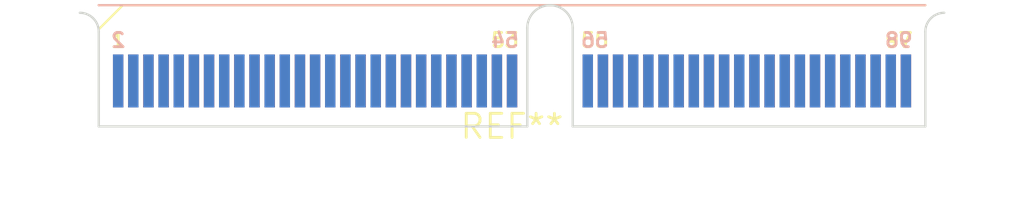
<source format=kicad_pcb>
(kicad_pcb (version 20240108) (generator pcbnew)
  (layers (0 "F.Cu" signal) (31 "B.Cu" signal) (34 "B.Paste" user) (35 "F.Paste" user) (36 "B.SilkS" user "B.Silkscreen") (37 "F.SilkS" user "F.Silkscreen") (38 "B.Mask" user) (39 "F.Mask" user) (44 "Edge.Cuts" user))
  (net 0 "")
  (footprint "Samtec_HSEC8-149-X-X-DV_2x49_P0.8mm_Wing_Edge" (layer "F.Cu") (at 0 0)
    (property "Reference" "REF**")
    (property "Value" "Samtec_HSEC8-149-X-X-DV_2x49_P0.8mm_Wing_Edge")
    (fp_line (start -21.825 -6.4) (end -21.825 -6.4) (layer "B.SilkS") (stroke (width 0.12)))
    (fp_line (start -21.825 -6.4) (end 21.825 -6.4) (layer "B.SilkS") (stroke (width 0.12)))
    (fp_line (start -21.825 -5.13) (end -20.555 -6.4) (layer "F.SilkS") (stroke (width 0.12)))
    (fp_line (start -20.555 -6.4) (end 21.825 -6.4) (layer "F.SilkS") (stroke (width 0.12)))
    (fp_line (start -21.825 -5) (end -21.825 0) (layer "Edge.Cuts") (stroke (width 0.12)))
    (fp_line (start -21.825 0) (end 0.805 0) (layer "Edge.Cuts") (stroke (width 0.12)))
    (fp_line (start 0.805 0) (end 0.805 -5.2) (layer "Edge.Cuts") (stroke (width 0.12)))
    (fp_line (start 3.205 -5.2) (end 3.205 0) (layer "Edge.Cuts") (stroke (width 0.12)))
    (fp_line (start 3.205 0) (end 21.825 0) (layer "Edge.Cuts") (stroke (width 0.12)))
    (fp_line (start 21.825 0) (end 21.825 -5) (layer "Edge.Cuts") (stroke (width 0.12)))
    (fp_arc (start -22.825 -6) (mid -22.117893 -5.707107) (end -21.825 -5) (layer "Edge.Cuts") (stroke (width 0.12)))
    (fp_arc (start 0.805 -5.2) (mid 2.005 -6.4) (end 3.205 -5.2) (layer "Edge.Cuts") (stroke (width 0.12)))
    (fp_arc (start 21.825 -5) (mid 22.117893 -5.707107) (end 22.825 -6) (layer "Edge.Cuts") (stroke (width 0.12)))
    (fp_text user "54" (at -0.375 -4.55 0) (layer "B.SilkS") (effects (font (size 0.75 0.75)) (justify mirror)))
    (fp_text user "98" (at 20.425 -4.55 0) (layer "B.SilkS") (effects (font (size 0.75 0.75)) (justify mirror)))
    (fp_text user "2" (at -20.8 -4.55 0) (layer "B.SilkS") (effects (font (size 0.75 0.75)) (justify mirror)))
    (fp_text user "56" (at 4.375 -4.55 0) (layer "B.SilkS") (effects (font (size 0.75 0.75)) (justify mirror)))
    (fp_text user "53" (at -0.375 -4.55 0) (layer "F.SilkS") (effects (font (size 0.75 0.75))))
    (fp_text user "55" (at 4.375 -4.55 0) (layer "F.SilkS") (effects (font (size 0.75 0.75))))
    (fp_text user "97" (at 20.425 -4.55 0) (layer "F.SilkS") (effects (font (size 0.75 0.75))))
    (fp_text user "1" (at -20.8 -4.55 0) (layer "F.SilkS") (effects (font (size 0.75 0.75))))
    (pad "1" connect rect (at -20.8 -2.4) (size 0.55 2.8) (layers "F.Cu" "F.Mask"))
    (pad "2" connect rect (at -20.8 -2.4) (size 0.55 2.8) (layers "B.Cu" "B.Mask"))
    (pad "3" connect rect (at -20 -2.4) (size 0.55 2.8) (layers "F.Cu" "F.Mask"))
    (pad "4" connect rect (at -20 -2.4) (size 0.55 2.8) (layers "B.Cu" "B.Mask"))
    (pad "5" connect rect (at -19.2 -2.4) (size 0.55 2.8) (layers "F.Cu" "F.Mask"))
    (pad "6" connect rect (at -19.2 -2.4) (size 0.55 2.8) (layers "B.Cu" "B.Mask"))
    (pad "7" connect rect (at -18.4 -2.4) (size 0.55 2.8) (layers "F.Cu" "F.Mask"))
    (pad "8" connect rect (at -18.4 -2.4) (size 0.55 2.8) (layers "B.Cu" "B.Mask"))
    (pad "9" connect rect (at -17.6 -2.4) (size 0.55 2.8) (layers "F.Cu" "F.Mask"))
    (pad "10" connect rect (at -17.6 -2.4) (size 0.55 2.8) (layers "B.Cu" "B.Mask"))
    (pad "11" connect rect (at -16.8 -2.4) (size 0.55 2.8) (layers "F.Cu" "F.Mask"))
    (pad "12" connect rect (at -16.8 -2.4) (size 0.55 2.8) (layers "B.Cu" "B.Mask"))
    (pad "13" connect rect (at -16 -2.4) (size 0.55 2.8) (layers "F.Cu" "F.Mask"))
    (pad "14" connect rect (at -16 -2.4) (size 0.55 2.8) (layers "B.Cu" "B.Mask"))
    (pad "15" connect rect (at -15.2 -2.4) (size 0.55 2.8) (layers "F.Cu" "F.Mask"))
    (pad "16" connect rect (at -15.2 -2.4) (size 0.55 2.8) (layers "B.Cu" "B.Mask"))
    (pad "17" connect rect (at -14.4 -2.4) (size 0.55 2.8) (layers "F.Cu" "F.Mask"))
    (pad "18" connect rect (at -14.4 -2.4) (size 0.55 2.8) (layers "B.Cu" "B.Mask"))
    (pad "19" connect rect (at -13.6 -2.4) (size 0.55 2.8) (layers "F.Cu" "F.Mask"))
    (pad "20" connect rect (at -13.6 -2.4) (size 0.55 2.8) (layers "B.Cu" "B.Mask"))
    (pad "21" connect rect (at -12.8 -2.4) (size 0.55 2.8) (layers "F.Cu" "F.Mask"))
    (pad "22" connect rect (at -12.8 -2.4) (size 0.55 2.8) (layers "B.Cu" "B.Mask"))
    (pad "23" connect rect (at -12 -2.4) (size 0.55 2.8) (layers "F.Cu" "F.Mask"))
    (pad "24" connect rect (at -12 -2.4) (size 0.55 2.8) (layers "B.Cu" "B.Mask"))
    (pad "25" connect rect (at -11.2 -2.4) (size 0.55 2.8) (layers "F.Cu" "F.Mask"))
    (pad "26" connect rect (at -11.2 -2.4) (size 0.55 2.8) (layers "B.Cu" "B.Mask"))
    (pad "27" connect rect (at -10.4 -2.4) (size 0.55 2.8) (layers "F.Cu" "F.Mask"))
    (pad "28" connect rect (at -10.4 -2.4) (size 0.55 2.8) (layers "B.Cu" "B.Mask"))
    (pad "29" connect rect (at -9.6 -2.4) (size 0.55 2.8) (layers "F.Cu" "F.Mask"))
    (pad "30" connect rect (at -9.6 -2.4) (size 0.55 2.8) (layers "B.Cu" "B.Mask"))
    (pad "31" connect rect (at -8.8 -2.4) (size 0.55 2.8) (layers "F.Cu" "F.Mask"))
    (pad "32" connect rect (at -8.8 -2.4) (size 0.55 2.8) (layers "B.Cu" "B.Mask"))
    (pad "33" connect rect (at -8 -2.4) (size 0.55 2.8) (layers "F.Cu" "F.Mask"))
    (pad "34" connect rect (at -8 -2.4) (size 0.55 2.8) (layers "B.Cu" "B.Mask"))
    (pad "35" connect rect (at -7.2 -2.4) (size 0.55 2.8) (layers "F.Cu" "F.Mask"))
    (pad "36" connect rect (at -7.2 -2.4) (size 0.55 2.8) (layers "B.Cu" "B.Mask"))
    (pad "37" connect rect (at -6.4 -2.4) (size 0.55 2.8) (layers "F.Cu" "F.Mask"))
    (pad "38" connect rect (at -6.4 -2.4) (size 0.55 2.8) (layers "B.Cu" "B.Mask"))
    (pad "39" connect rect (at -5.6 -2.4) (size 0.55 2.8) (layers "F.Cu" "F.Mask"))
    (pad "40" connect rect (at -5.6 -2.4) (size 0.55 2.8) (layers "B.Cu" "B.Mask"))
    (pad "41" connect rect (at -4.8 -2.4) (size 0.55 2.8) (layers "F.Cu" "F.Mask"))
    (pad "42" connect rect (at -4.8 -2.4) (size 0.55 2.8) (layers "B.Cu" "B.Mask"))
    (pad "43" connect rect (at -4 -2.4) (size 0.55 2.8) (layers "F.Cu" "F.Mask"))
    (pad "44" connect rect (at -4 -2.4) (size 0.55 2.8) (layers "B.Cu" "B.Mask"))
    (pad "45" connect rect (at -3.2 -2.4) (size 0.55 2.8) (layers "F.Cu" "F.Mask"))
    (pad "46" connect rect (at -3.2 -2.4) (size 0.55 2.8) (layers "B.Cu" "B.Mask"))
    (pad "47" connect rect (at -2.4 -2.4) (size 0.55 2.8) (layers "F.Cu" "F.Mask"))
    (pad "48" connect rect (at -2.4 -2.4) (size 0.55 2.8) (layers "B.Cu" "B.Mask"))
    (pad "49" connect rect (at -1.6 -2.4) (size 0.55 2.8) (layers "F.Cu" "F.Mask"))
    (pad "50" connect rect (at -1.6 -2.4) (size 0.55 2.8) (layers "B.Cu" "B.Mask"))
    (pad "51" connect rect (at -0.8 -2.4) (size 0.55 2.8) (layers "F.Cu" "F.Mask"))
    (pad "52" connect rect (at -0.8 -2.4) (size 0.55 2.8) (layers "B.Cu" "B.Mask"))
    (pad "53" connect rect (at 0 -2.4) (size 0.55 2.8) (layers "F.Cu" "F.Mask"))
    (pad "54" connect rect (at 0 -2.4) (size 0.55 2.8) (layers "B.Cu" "B.Mask"))
    (pad "55" connect rect (at 4 -2.4) (size 0.55 2.8) (layers "F.Cu" "F.Mask"))
    (pad "56" connect rect (at 4 -2.4) (size 0.55 2.8) (layers "B.Cu" "B.Mask"))
    (pad "57" connect rect (at 4.8 -2.4) (size 0.55 2.8) (layers "F.Cu" "F.Mask"))
    (pad "58" connect rect (at 4.8 -2.4) (size 0.55 2.8) (layers "B.Cu" "B.Mask"))
    (pad "59" connect rect (at 5.6 -2.4) (size 0.55 2.8) (layers "F.Cu" "F.Mask"))
    (pad "60" connect rect (at 5.6 -2.4) (size 0.55 2.8) (layers "B.Cu" "B.Mask"))
    (pad "61" connect rect (at 6.4 -2.4) (size 0.55 2.8) (layers "F.Cu" "F.Mask"))
    (pad "62" connect rect (at 6.4 -2.4) (size 0.55 2.8) (layers "B.Cu" "B.Mask"))
    (pad "63" connect rect (at 7.2 -2.4) (size 0.55 2.8) (layers "F.Cu" "F.Mask"))
    (pad "64" connect rect (at 7.2 -2.4) (size 0.55 2.8) (layers "B.Cu" "B.Mask"))
    (pad "65" connect rect (at 8 -2.4) (size 0.55 2.8) (layers "F.Cu" "F.Mask"))
    (pad "66" connect rect (at 8 -2.4) (size 0.55 2.8) (layers "B.Cu" "B.Mask"))
    (pad "67" connect rect (at 8.8 -2.4) (size 0.55 2.8) (layers "F.Cu" "F.Mask"))
    (pad "68" connect rect (at 8.8 -2.4) (size 0.55 2.8) (layers "B.Cu" "B.Mask"))
    (pad "69" connect rect (at 9.6 -2.4) (size 0.55 2.8) (layers "F.Cu" "F.Mask"))
    (pad "70" connect rect (at 9.6 -2.4) (size 0.55 2.8) (layers "B.Cu" "B.Mask"))
    (pad "71" connect rect (at 10.4 -2.4) (size 0.55 2.8) (layers "F.Cu" "F.Mask"))
    (pad "72" connect rect (at 10.4 -2.4) (size 0.55 2.8) (layers "B.Cu" "B.Mask"))
    (pad "73" connect rect (at 11.2 -2.4) (size 0.55 2.8) (layers "F.Cu" "F.Mask"))
    (pad "74" connect rect (at 11.2 -2.4) (size 0.55 2.8) (layers "B.Cu" "B.Mask"))
    (pad "75" connect rect (at 12 -2.4) (size 0.55 2.8) (layers "F.Cu" "F.Mask"))
    (pad "76" connect rect (at 12 -2.4) (size 0.55 2.8) (layers "B.Cu" "B.Mask"))
    (pad "77" connect rect (at 12.8 -2.4) (size 0.55 2.8) (layers "F.Cu" "F.Mask"))
    (pad "78" connect rect (at 12.8 -2.4) (size 0.55 2.8) (layers "B.Cu" "B.Mask"))
    (pad "79" connect rect (at 13.6 -2.4) (size 0.55 2.8) (layers "F.Cu" "F.Mask"))
    (pad "80" connect rect (at 13.6 -2.4) (size 0.55 2.8) (layers "B.Cu" "B.Mask"))
    (pad "81" connect rect (at 14.4 -2.4) (size 0.55 2.8) (layers "F.Cu" "F.Mask"))
    (pad "82" connect rect (at 14.4 -2.4) (size 0.55 2.8) (layers "B.Cu" "B.Mask"))
    (pad "83" connect rect (at 15.2 -2.4) (size 0.55 2.8) (layers "F.Cu" "F.Mask"))
    (pad "84" connect rect (at 15.2 -2.4) (size 0.55 2.8) (layers "B.Cu" "B.Mask"))
    (pad "85" connect rect (at 16 -2.4) (size 0.55 2.8) (layers "F.Cu" "F.Mask"))
    (pad "86" connect rect (at 16 -2.4) (size 0.55 2.8) (layers "B.Cu" "B.Mask"))
    (pad "87" connect rect (at 16.8 -2.4) (size 0.55 2.8) (layers "F.Cu" "F.Mask"))
    (pad "88" connect rect (at 16.8 -2.4) (size 0.55 2.8) (layers "B.Cu" "B.Mask"))
    (pad "89" connect rect (at 17.6 -2.4) (size 0.55 2.8) (layers "F.Cu" "F.Mask"))
    (pad "90" connect rect (at 17.6 -2.4) (size 0.55 2.8) (layers "B.Cu" "B.Mask"))
    (pad "91" connect rect (at 18.4 -2.4) (size 0.55 2.8) (layers "F.Cu" "F.Mask"))
    (pad "92" connect rect (at 18.4 -2.4) (size 0.55 2.8) (layers "B.Cu" "B.Mask"))
    (pad "93" connect rect (at 19.2 -2.4) (size 0.55 2.8) (layers "F.Cu" "F.Mask"))
    (pad "94" connect rect (at 19.2 -2.4) (size 0.55 2.8) (layers "B.Cu" "B.Mask"))
    (pad "95" connect rect (at 20 -2.4) (size 0.55 2.8) (layers "F.Cu" "F.Mask"))
    (pad "96" connect rect (at 20 -2.4) (size 0.55 2.8) (layers "B.Cu" "B.Mask"))
    (pad "97" connect rect (at 20.8 -2.4) (size 0.55 2.8) (layers "F.Cu" "F.Mask"))
    (pad "98" connect rect (at 20.8 -2.4) (size 0.55 2.8) (layers "B.Cu" "B.Mask"))
  )
)
</source>
